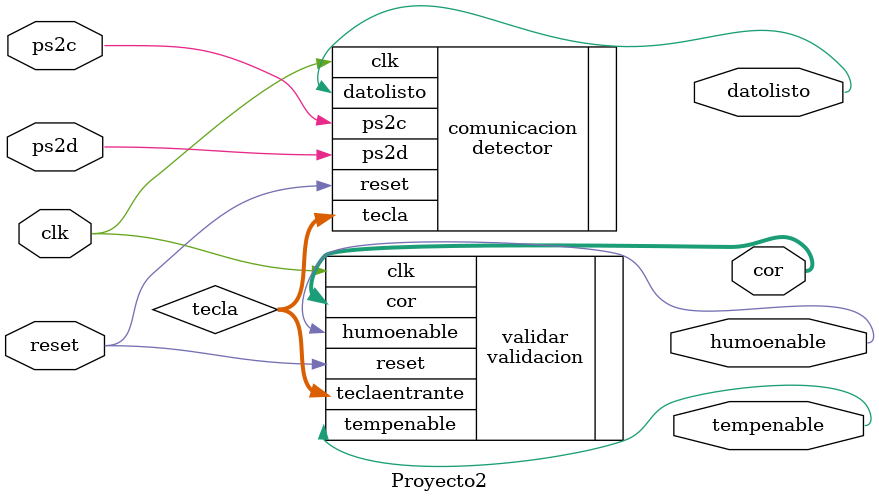
<source format=v>
`timescale 1ns / 1ps
module Proyecto2(
	input wire reset, clk, ps2d, ps2c,
	output wire datolisto,
	output wire tempenable,humoenable,
	output wire [3:0]cor
    );
	 
wire [7:0] tecla;

// Instantiate the module
detector comunicacion (
    .reset(reset), 
    .clk(clk), 
    .ps2d(ps2d), 
    .ps2c(ps2c), 
    .datolisto(datolisto), 
    .tecla(tecla)
    );

// Instantiate the module
validacion validar (
    .clk(clk), 
    .reset(reset), 
    .teclaentrante(tecla), 
    .tempenable(tempenable), 
    .humoenable(humoenable), 
    .cor(cor)
    );


endmodule

</source>
